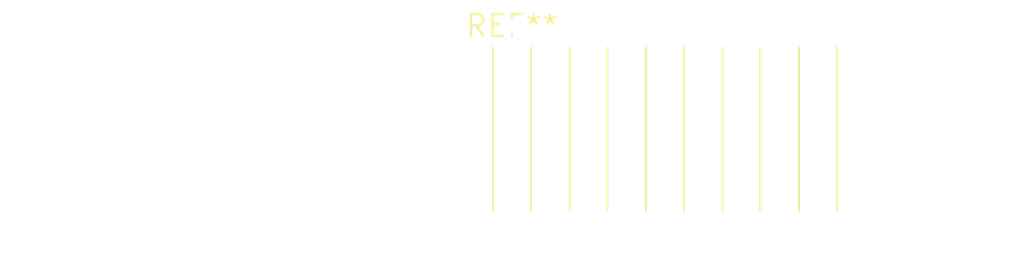
<source format=kicad_pcb>
(kicad_pcb (version 20240108) (generator pcbnew)
  (layers (0 "F.Cu" signal) (31 "B.Cu" signal) (34 "B.Paste" user) (35 "F.Paste" user) (36 "B.SilkS" user "B.Silkscreen") (37 "F.SilkS" user "F.Silkscreen") (38 "B.Mask" user) (39 "F.Mask" user) (44 "Edge.Cuts" user))
  (net 0 "")
  (footprint "SolderWire-0.25sqmm_1x05_P4.5mm_D0.65mm_OD2mm_Relief" (layer "F.Cu") (at 0 0)
    (property "Reference" "REF**")
    (property "Value" "SolderWire-0.25sqmm_1x05_P4.5mm_D0.65mm_OD2mm_Relief")
    (fp_line (start -1.11 1.26) (end -1.11 10.89) (layer "F.SilkS") (stroke (width 0.12)))
    (fp_line (start 1.11 1.26) (end 1.11 10.89) (layer "F.SilkS") (stroke (width 0.12)))
    (fp_line (start 3.39 1.26) (end 3.39 10.89) (layer "F.SilkS") (stroke (width 0.12)))
    (fp_line (start 5.61 1.26) (end 5.61 10.89) (layer "F.SilkS") (stroke (width 0.12)))
    (fp_line (start 7.89 1.26) (end 7.89 10.89) (layer "F.SilkS") (stroke (width 0.12)))
    (fp_line (start 10.11 1.26) (end 10.11 10.89) (layer "F.SilkS") (stroke (width 0.12)))
    (fp_line (start 12.39 1.26) (end 12.39 10.89) (layer "F.SilkS") (stroke (width 0.12)))
    (fp_line (start 14.61 1.26) (end 14.61 10.89) (layer "F.SilkS") (stroke (width 0.12)))
    (fp_line (start 16.89 1.26) (end 16.89 10.89) (layer "F.SilkS") (stroke (width 0.12)))
    (fp_line (start 19.11 1.26) (end 19.11 10.89) (layer "F.SilkS") (stroke (width 0.12)))
    (pad "" np_thru_hole circle (at 0 12) (size 2.5 2.5) (drill 2.5) (layers *.Cu *.Mask))
    (pad "" np_thru_hole circle (at 4.5 12) (size 2.5 2.5) (drill 2.5) (layers *.Cu *.Mask))
    (pad "" np_thru_hole circle (at 9 12) (size 2.5 2.5) (drill 2.5) (layers *.Cu *.Mask))
    (pad "" np_thru_hole circle (at 13.5 12) (size 2.5 2.5) (drill 2.5) (layers *.Cu *.Mask))
    (pad "" np_thru_hole circle (at 18 12) (size 2.5 2.5) (drill 2.5) (layers *.Cu *.Mask))
    (pad "1" thru_hole roundrect (at 0 0) (size 2 2) (drill 0.85) (layers *.Cu *.Mask) (remove_unused_layers) (roundrect_rratio 0.125))
    (pad "2" thru_hole circle (at 4.5 0) (size 2 2) (drill 0.85) (layers *.Cu *.Mask) (remove_unused_layers))
    (pad "3" thru_hole circle (at 9 0) (size 2 2) (drill 0.85) (layers *.Cu *.Mask) (remove_unused_layers))
    (pad "4" thru_hole circle (at 13.5 0) (size 2 2) (drill 0.85) (layers *.Cu *.Mask) (remove_unused_layers))
    (pad "5" thru_hole circle (at 18 0) (size 2 2) (drill 0.85) (layers *.Cu *.Mask) (remove_unused_layers))
  )
)
</source>
